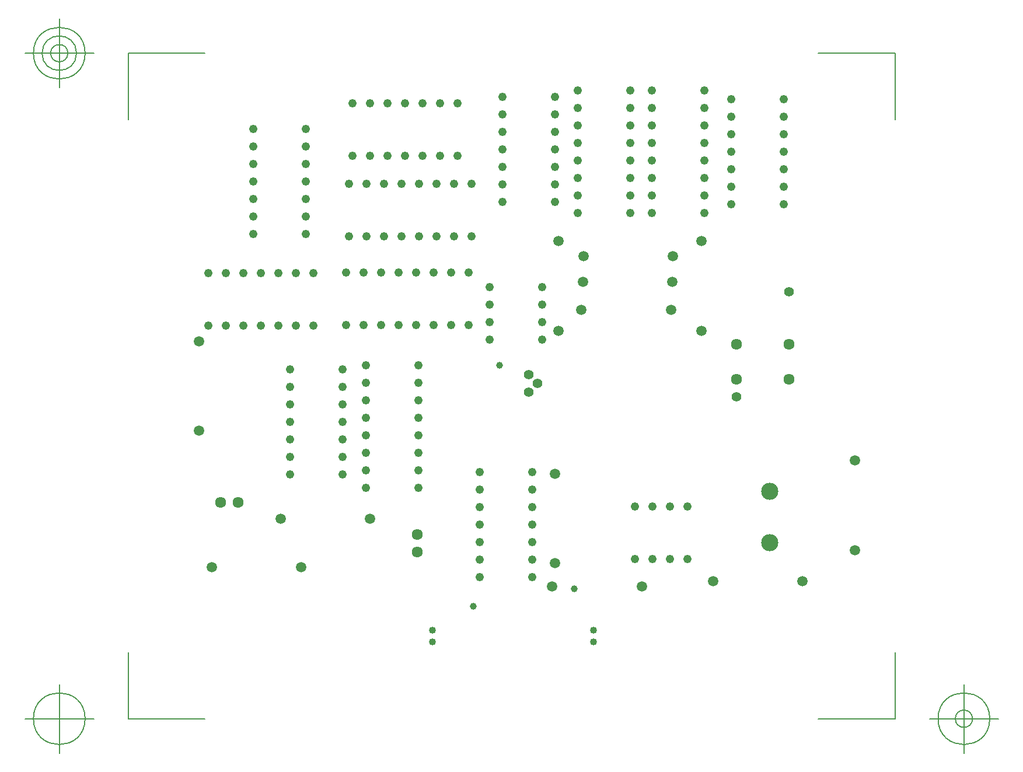
<source format=gbr>
G04 Generated by Ultiboard 12.0 *
%FSLAX25Y25*%
%MOIN*%

%ADD10C,0.00001*%
%ADD11C,0.00500*%
%ADD12C,0.06334*%
%ADD13C,0.05500*%
%ADD14C,0.05906*%
%ADD15C,0.04000*%
%ADD16C,0.04900*%
%ADD17C,0.03937*%
%ADD18C,0.09834*%


G04 ColorRGB 9900CC for the following layer *
%LNSolder Mask Bottom*%
%LPD*%
G54D10*
G54D11*
X-29612Y-21812D02*
X-29612Y16207D01*
X-29612Y-21812D02*
X14187Y-21812D01*
X408374Y-21812D02*
X364575Y-21812D01*
X408374Y-21812D02*
X408374Y16207D01*
X408374Y358374D02*
X408374Y320355D01*
X408374Y358374D02*
X364575Y358374D01*
X-29612Y358374D02*
X14187Y358374D01*
X-29612Y358374D02*
X-29612Y320355D01*
X-49297Y-21812D02*
X-88667Y-21812D01*
X-68982Y-41497D02*
X-68982Y-2127D01*
X-83746Y-21812D02*
G75*
D01*
G02X-83746Y-21812I14764J0*
G01*
X428059Y-21812D02*
X467429Y-21812D01*
X447744Y-41497D02*
X447744Y-2127D01*
X432980Y-21812D02*
G75*
D01*
G02X432980Y-21812I14764J0*
G01*
X442823Y-21812D02*
G75*
D01*
G02X442823Y-21812I4921J0*
G01*
X-49297Y358374D02*
X-88667Y358374D01*
X-68982Y338689D02*
X-68982Y378059D01*
X-83746Y358374D02*
G75*
D01*
G02X-83746Y358374I14764J0*
G01*
X-78824Y358374D02*
G75*
D01*
G02X-78824Y358374I9842J0*
G01*
X-73903Y358374D02*
G75*
D01*
G02X-73903Y358374I4921J0*
G01*
G54D12*
X317700Y192200D03*
X347700Y192200D03*
X317700Y172200D03*
X347700Y172200D03*
X33300Y101700D03*
X23300Y101700D03*
X135646Y83526D03*
X135646Y73526D03*
G54D13*
X317700Y162200D03*
X347700Y222200D03*
X199000Y174800D03*
X199000Y164800D03*
X204000Y169800D03*
G54D14*
X304446Y56596D03*
X355628Y56596D03*
X212618Y53858D03*
X263799Y53858D03*
X214041Y118168D03*
X214041Y66987D03*
X10700Y193781D03*
X10700Y142600D03*
X57463Y92519D03*
X108644Y92519D03*
X18046Y64652D03*
X69227Y64652D03*
X297959Y199865D03*
X297959Y251046D03*
X230000Y227900D03*
X281181Y227900D03*
X216300Y251081D03*
X216300Y199900D03*
X230419Y242500D03*
X281600Y242500D03*
X229219Y211600D03*
X280400Y211600D03*
X385538Y74538D03*
X385538Y125719D03*
G54D15*
X144100Y22100D03*
X144100Y28767D03*
X236000Y22100D03*
X236000Y28767D03*
G54D16*
X41979Y255054D03*
X71979Y285054D03*
X71979Y265054D03*
X71979Y275054D03*
X71979Y295054D03*
X71979Y305054D03*
X71979Y315054D03*
X41979Y315054D03*
X41979Y285054D03*
X41979Y265054D03*
X41979Y275054D03*
X41979Y295054D03*
X41979Y305054D03*
X71979Y255054D03*
X201134Y119101D03*
X171134Y89101D03*
X171134Y109101D03*
X171134Y99101D03*
X171134Y79101D03*
X171134Y69101D03*
X171134Y59101D03*
X201134Y59101D03*
X201134Y89101D03*
X201134Y109101D03*
X201134Y99101D03*
X201134Y79101D03*
X201134Y69101D03*
X171134Y119101D03*
X98587Y329700D03*
X128587Y299700D03*
X108587Y299700D03*
X118587Y299700D03*
X138587Y299700D03*
X148587Y299700D03*
X158587Y299700D03*
X158587Y329700D03*
X128587Y329700D03*
X108587Y329700D03*
X118587Y329700D03*
X138587Y329700D03*
X148587Y329700D03*
X98587Y299700D03*
X96500Y283800D03*
X116500Y253800D03*
X106500Y253800D03*
X126500Y253800D03*
X146500Y253800D03*
X136500Y253800D03*
X156500Y253800D03*
X166500Y253800D03*
X156500Y283800D03*
X126500Y283800D03*
X116500Y283800D03*
X106500Y283800D03*
X146500Y283800D03*
X136500Y283800D03*
X166500Y283800D03*
X96500Y253800D03*
X214100Y333500D03*
X184100Y303500D03*
X184100Y323500D03*
X184100Y313500D03*
X184100Y293500D03*
X184100Y283500D03*
X184100Y273500D03*
X214100Y273500D03*
X214100Y303500D03*
X214100Y323500D03*
X214100Y313500D03*
X214100Y293500D03*
X214100Y283500D03*
X184100Y333500D03*
X227235Y267212D03*
X257235Y287212D03*
X257235Y277212D03*
X257235Y297212D03*
X257235Y317212D03*
X257235Y307212D03*
X257235Y327212D03*
X257235Y337212D03*
X227235Y327212D03*
X227235Y297212D03*
X227235Y287212D03*
X227235Y277212D03*
X227235Y317212D03*
X227235Y307212D03*
X227235Y337212D03*
X257235Y267212D03*
X299604Y337212D03*
X269604Y317212D03*
X269604Y327212D03*
X269604Y307212D03*
X269604Y287212D03*
X269604Y297212D03*
X269604Y277212D03*
X269604Y267212D03*
X299604Y277212D03*
X299604Y307212D03*
X299604Y317212D03*
X299604Y327212D03*
X299604Y287212D03*
X299604Y297212D03*
X299604Y267212D03*
X269604Y337212D03*
X344800Y332100D03*
X314800Y302100D03*
X314800Y322100D03*
X314800Y312100D03*
X314800Y292100D03*
X314800Y282100D03*
X314800Y272100D03*
X344800Y272100D03*
X344800Y302100D03*
X344800Y322100D03*
X344800Y312100D03*
X344800Y292100D03*
X344800Y282100D03*
X314800Y332100D03*
X94800Y233100D03*
X114800Y203100D03*
X104800Y203100D03*
X124800Y203100D03*
X144800Y203100D03*
X134800Y203100D03*
X154800Y203100D03*
X164800Y203100D03*
X154800Y233100D03*
X124800Y233100D03*
X114800Y233100D03*
X104800Y233100D03*
X144800Y233100D03*
X134800Y233100D03*
X164800Y233100D03*
X94800Y203100D03*
X16000Y202900D03*
X16000Y232900D03*
X46000Y202900D03*
X26000Y202900D03*
X36000Y202900D03*
X56000Y202900D03*
X66000Y202900D03*
X76000Y202900D03*
X76000Y232900D03*
X46000Y232900D03*
X26000Y232900D03*
X36000Y232900D03*
X56000Y232900D03*
X66000Y232900D03*
X136248Y179990D03*
X106248Y159990D03*
X106248Y169990D03*
X106248Y149990D03*
X106248Y129990D03*
X106248Y139990D03*
X106248Y119990D03*
X106248Y109990D03*
X136248Y119990D03*
X136248Y149990D03*
X136248Y159990D03*
X136248Y169990D03*
X136248Y129990D03*
X136248Y139990D03*
X136248Y109990D03*
X106248Y179990D03*
X62879Y117903D03*
X92879Y147903D03*
X92879Y127903D03*
X92879Y137903D03*
X92879Y157903D03*
X92879Y167903D03*
X92879Y177903D03*
X62879Y177903D03*
X62879Y147903D03*
X62879Y127903D03*
X62879Y137903D03*
X62879Y157903D03*
X62879Y167903D03*
X92879Y117903D03*
X259698Y69503D03*
X259698Y99503D03*
X269698Y69503D03*
X289698Y69503D03*
X279698Y69503D03*
X289698Y99503D03*
X269698Y99503D03*
X279698Y99503D03*
X176800Y204700D03*
X176800Y224700D03*
X206800Y224700D03*
X176800Y214700D03*
X176800Y194700D03*
X206800Y194700D03*
X206800Y214700D03*
X206800Y204700D03*
G54D17*
X225000Y52500D03*
X182500Y180000D03*
X167500Y42500D03*
G54D18*
X336800Y78900D03*
X336800Y108067D03*

M00*

</source>
